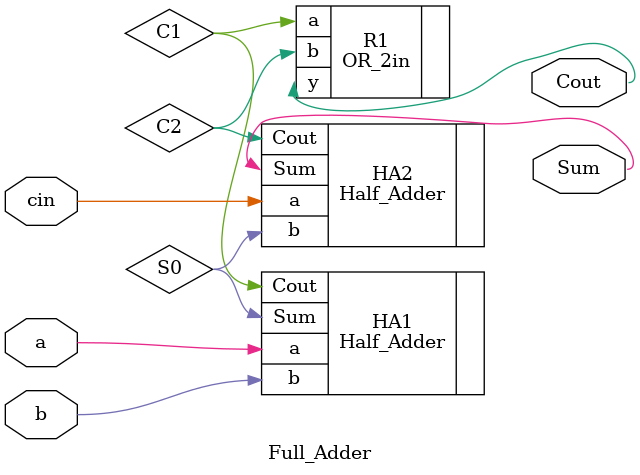
<source format=v>


module Full_Adder(a, b, cin, Sum, Cout);

input a, b, cin; // a and b are inputs with size 1-bit
output Sum, Cout; // Sum and Cout are outputs with size 1-bit

wire S0, C1;
wire C2;
// Call Half Adder

Half_Adder HA1 (.a(a), .b(b), .Sum(S0), .Cout(C1));

Half_Adder HA2 (.a(cin), .b(S0), .Sum(Sum), .Cout(C2));

OR_2in R1 (.a(C1),.b(C2), .y(Cout));

endmodule
</source>
